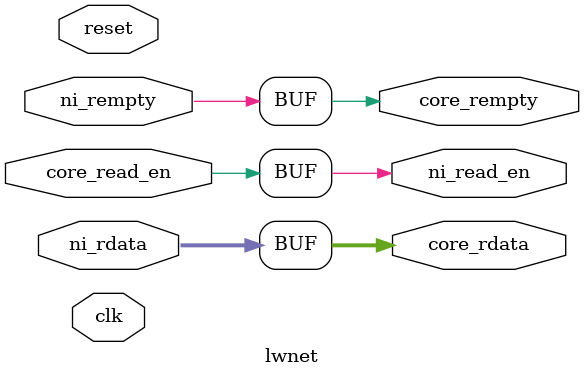
<source format=v>
/*

File: lwnet.v
Description: Module to load word from network operation. 
Directly interfaces with core and aysnc fifos in Network interface 
to handle the instructions operation. 

Core wdata and waddr taken from SWNET instruction

Check later for additional requirements

*/

module lwnet(
    input clk,
    input reset, 

    // lets get a signal through
    // control unit here
    input wire core_read_en,

    // inputs from core
    output wire [RSIZE-1:0] core_rdata,

    // outputs to core 
    output wire core_rempty,


    output wire ni_read_en, 
    // input from NoC 
    input wire ni_rempty,
    // outputs to NoC
    input wire [RSIZE-1:0] ni_rdata
);

    // Parameters 
    // ADDRSIZE -> shows length of FIFOS
    // MSB_SLOT -> shows depth of FIFO or DATA size
    // DSIZE -> full packet size 
    // RSIZE -> half a packet size
    parameter ADDRSIZE = 5;
    parameter MSB_SLOT = 5;
    localparam DSIZE = 1<<MSB_SLOT;
    localparam RSIZE = 1<<MSB_SLOT-1;

    // Direct assigning to the outputs 
    assign core_rdata = ni_rdata;
    assign core_rempty = ni_rempty;
    assign ni_read_en = core_read_en;
    
endmodule
</source>
